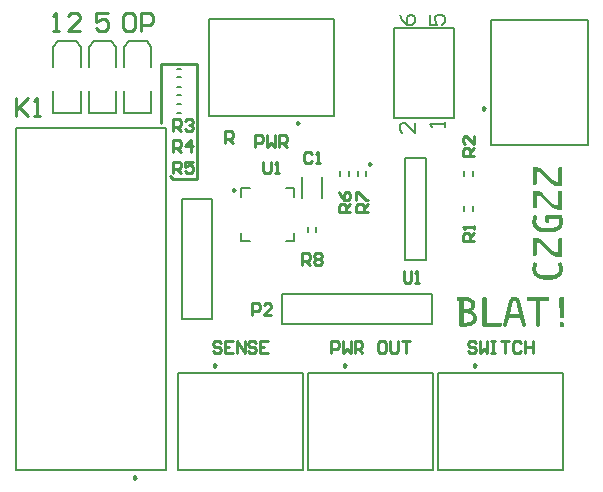
<source format=gto>
G04*
G04 #@! TF.GenerationSoftware,Altium Limited,Altium Designer,21.6.1 (37)*
G04*
G04 Layer_Color=65535*
%FSLAX25Y25*%
%MOIN*%
G70*
G04*
G04 #@! TF.SameCoordinates,35447041-0B5E-4321-A350-582B76B9CE47*
G04*
G04*
G04 #@! TF.FilePolarity,Positive*
G04*
G01*
G75*
%ADD10C,0.00984*%
%ADD11C,0.01000*%
%ADD12C,0.00787*%
%ADD13C,0.00800*%
G36*
X184425Y104479D02*
X184530Y104434D01*
X184635Y104359D01*
X184650Y104329D01*
X184695Y104269D01*
X184755Y104164D01*
X184770Y104014D01*
Y98588D01*
X184755Y98498D01*
X184710Y98378D01*
X184635Y98273D01*
X184605Y98258D01*
X184545Y98213D01*
X184440Y98153D01*
X184305Y98138D01*
X183885D01*
X183870D01*
X183840D01*
X183795D01*
X183735D01*
X183645Y98153D01*
X183555D01*
X183331Y98168D01*
X183076Y98198D01*
X182791Y98258D01*
X182491Y98318D01*
X182206Y98408D01*
X182191D01*
X182176Y98423D01*
X182131Y98438D01*
X182071Y98468D01*
X181936Y98528D01*
X181757Y98618D01*
X181547Y98738D01*
X181337Y98873D01*
X181112Y99038D01*
X180917Y99218D01*
X177649Y102485D01*
X177634Y102500D01*
X177559Y102560D01*
X177454Y102635D01*
X177304Y102725D01*
X177095Y102830D01*
X176855Y102920D01*
X176570Y102995D01*
X176240Y103040D01*
Y99008D01*
X176225Y98918D01*
X176180Y98798D01*
X176105Y98693D01*
X176075Y98678D01*
X176000Y98633D01*
X175896Y98573D01*
X175761Y98558D01*
X175401D01*
X175386D01*
X175356D01*
X175266Y98573D01*
X175161Y98618D01*
X175056Y98693D01*
X175041Y98723D01*
X174981Y98783D01*
X174936Y98903D01*
X174921Y99038D01*
Y104059D01*
X174936Y104149D01*
X174981Y104254D01*
X175056Y104359D01*
X175071Y104374D01*
X175146Y104434D01*
X175251Y104479D01*
X175401Y104494D01*
X175805D01*
X175821D01*
X175836D01*
X175881D01*
X175940D01*
X176090Y104479D01*
X176285Y104464D01*
X176510Y104419D01*
X176765Y104374D01*
X177035Y104299D01*
X177304Y104209D01*
X177320D01*
X177334Y104194D01*
X177425Y104164D01*
X177559Y104089D01*
X177724Y104014D01*
X177904Y103894D01*
X178114Y103760D01*
X178309Y103595D01*
X178504Y103415D01*
X181772Y100162D01*
X181787Y100147D01*
X181861Y100087D01*
X181981Y99997D01*
X182161Y99907D01*
X182386Y99802D01*
X182536Y99757D01*
X182686Y99712D01*
X182851Y99667D01*
X183031Y99637D01*
X183241Y99607D01*
X183450Y99592D01*
Y104044D01*
X183465Y104134D01*
X183510Y104254D01*
X183585Y104359D01*
X183615Y104374D01*
X183675Y104434D01*
X183780Y104479D01*
X183930Y104494D01*
X184305D01*
X184320D01*
X184335D01*
X184425Y104479D01*
D02*
G37*
G36*
Y96609D02*
X184530Y96564D01*
X184635Y96489D01*
X184650Y96459D01*
X184695Y96399D01*
X184755Y96294D01*
X184770Y96145D01*
Y90718D01*
X184755Y90628D01*
X184710Y90508D01*
X184635Y90403D01*
X184605Y90389D01*
X184545Y90343D01*
X184440Y90284D01*
X184305Y90269D01*
X183885D01*
X183870D01*
X183840D01*
X183795D01*
X183735D01*
X183645Y90284D01*
X183555D01*
X183331Y90298D01*
X183076Y90329D01*
X182791Y90389D01*
X182491Y90448D01*
X182206Y90538D01*
X182191D01*
X182176Y90553D01*
X182131Y90568D01*
X182071Y90598D01*
X181936Y90658D01*
X181757Y90748D01*
X181547Y90868D01*
X181337Y91003D01*
X181112Y91168D01*
X180917Y91348D01*
X177649Y94616D01*
X177634Y94631D01*
X177559Y94691D01*
X177454Y94766D01*
X177304Y94855D01*
X177095Y94960D01*
X176855Y95050D01*
X176570Y95125D01*
X176240Y95170D01*
Y91138D01*
X176225Y91048D01*
X176180Y90928D01*
X176105Y90823D01*
X176075Y90808D01*
X176000Y90763D01*
X175896Y90703D01*
X175761Y90688D01*
X175401D01*
X175386D01*
X175356D01*
X175266Y90703D01*
X175161Y90748D01*
X175056Y90823D01*
X175041Y90853D01*
X174981Y90913D01*
X174936Y91033D01*
X174921Y91168D01*
Y96190D01*
X174936Y96280D01*
X174981Y96385D01*
X175056Y96489D01*
X175071Y96504D01*
X175146Y96564D01*
X175251Y96609D01*
X175401Y96624D01*
X175805D01*
X175821D01*
X175836D01*
X175881D01*
X175940D01*
X176090Y96609D01*
X176285Y96594D01*
X176510Y96549D01*
X176765Y96504D01*
X177035Y96429D01*
X177304Y96339D01*
X177320D01*
X177334Y96324D01*
X177425Y96294D01*
X177559Y96220D01*
X177724Y96145D01*
X177904Y96025D01*
X178114Y95890D01*
X178309Y95725D01*
X178504Y95545D01*
X181772Y92292D01*
X181787Y92277D01*
X181861Y92217D01*
X181981Y92127D01*
X182161Y92037D01*
X182386Y91932D01*
X182536Y91887D01*
X182686Y91843D01*
X182851Y91798D01*
X183031Y91768D01*
X183241Y91738D01*
X183450Y91723D01*
Y96175D01*
X183465Y96265D01*
X183510Y96385D01*
X183585Y96489D01*
X183615Y96504D01*
X183675Y96564D01*
X183780Y96609D01*
X183930Y96624D01*
X184305D01*
X184320D01*
X184335D01*
X184425Y96609D01*
D02*
G37*
G36*
X184200Y88605D02*
X184290Y88575D01*
X184380Y88530D01*
X184470Y88470D01*
X184545Y88395D01*
X184620Y88275D01*
Y88260D01*
X184635Y88230D01*
X184665Y88170D01*
X184680Y88095D01*
X184710Y88005D01*
X184755Y87900D01*
X184829Y87645D01*
X184905Y87345D01*
X184979Y87016D01*
X185024Y86656D01*
X185039Y86296D01*
Y86221D01*
X185024Y86131D01*
Y86011D01*
X185009Y85877D01*
X184979Y85712D01*
X184934Y85517D01*
X184889Y85322D01*
X184829Y85112D01*
X184755Y84887D01*
X184650Y84677D01*
X184545Y84452D01*
X184410Y84228D01*
X184245Y84018D01*
X184065Y83823D01*
X183855Y83628D01*
X183840Y83613D01*
X183795Y83583D01*
X183735Y83538D01*
X183630Y83478D01*
X183510Y83403D01*
X183361Y83328D01*
X183196Y83238D01*
X183001Y83148D01*
X182776Y83058D01*
X182521Y82968D01*
X182251Y82894D01*
X181951Y82819D01*
X181637Y82759D01*
X181292Y82714D01*
X180917Y82684D01*
X180527Y82669D01*
X179298D01*
X179268D01*
X179208D01*
X179088D01*
X178953Y82684D01*
X178774Y82699D01*
X178564Y82714D01*
X178339Y82744D01*
X178084Y82788D01*
X177559Y82908D01*
X177275Y82983D01*
X177005Y83073D01*
X176735Y83178D01*
X176465Y83313D01*
X176210Y83463D01*
X175985Y83628D01*
X175970Y83643D01*
X175940Y83673D01*
X175881Y83733D01*
X175791Y83808D01*
X175701Y83898D01*
X175611Y84018D01*
X175491Y84168D01*
X175386Y84317D01*
X175281Y84497D01*
X175161Y84707D01*
X175071Y84917D01*
X174966Y85157D01*
X174891Y85412D01*
X174831Y85697D01*
X174801Y85981D01*
X174786Y86296D01*
Y86461D01*
X174801Y86551D01*
Y86656D01*
X174831Y86911D01*
X174891Y87196D01*
X174966Y87525D01*
X175071Y87885D01*
X175206Y88245D01*
Y88260D01*
X175236Y88290D01*
X175296Y88395D01*
X175356Y88440D01*
X175431Y88485D01*
X175521Y88515D01*
X175626Y88530D01*
X175641D01*
X175686D01*
X175746Y88515D01*
X175836Y88485D01*
X176165Y88350D01*
X176180D01*
X176210Y88320D01*
X176315Y88260D01*
X176420Y88125D01*
X176450Y88050D01*
X176465Y87945D01*
Y87885D01*
X176450Y87825D01*
X176435Y87750D01*
Y87735D01*
X176420Y87720D01*
X176405Y87660D01*
X176390Y87600D01*
X176330Y87450D01*
X176270Y87241D01*
X176225Y87016D01*
X176165Y86761D01*
X176135Y86506D01*
X176120Y86266D01*
Y86161D01*
X176135Y86101D01*
X176150Y86011D01*
X176165Y85906D01*
X176225Y85667D01*
X176315Y85412D01*
X176465Y85142D01*
X176555Y85022D01*
X176660Y84887D01*
X176780Y84767D01*
X176930Y84662D01*
X176945D01*
X176960Y84632D01*
X177020Y84617D01*
X177080Y84572D01*
X177170Y84542D01*
X177275Y84497D01*
X177394Y84438D01*
X177529Y84392D01*
X177694Y84347D01*
X177859Y84288D01*
X178054Y84243D01*
X178264Y84213D01*
X178504Y84168D01*
X178744Y84153D01*
X179013Y84123D01*
X179298D01*
X180527D01*
X180542D01*
X180602D01*
X180677D01*
X180782Y84138D01*
X180917D01*
X181067Y84153D01*
X181232Y84168D01*
X181412Y84198D01*
X181801Y84258D01*
X182191Y84347D01*
X182581Y84482D01*
X182746Y84572D01*
X182911Y84662D01*
X182926D01*
X182941Y84692D01*
X183031Y84767D01*
X183166Y84887D01*
X183300Y85067D01*
X183450Y85292D01*
X183585Y85577D01*
X183675Y85891D01*
X183690Y86071D01*
X183705Y86266D01*
Y86341D01*
X183690Y86431D01*
Y86536D01*
X183675Y86671D01*
X183645Y86836D01*
X183615Y87001D01*
X183570Y87181D01*
X180512D01*
Y86311D01*
X180497Y86206D01*
X180452Y86101D01*
X180377Y85981D01*
X180348Y85966D01*
X180288Y85922D01*
X180168Y85877D01*
X180033Y85861D01*
X179673D01*
X179658D01*
X179628D01*
X179538Y85877D01*
X179418Y85906D01*
X179313Y85981D01*
X179298Y86011D01*
X179238Y86071D01*
X179193Y86191D01*
X179178Y86341D01*
Y88185D01*
X179193Y88275D01*
X179238Y88380D01*
X179313Y88485D01*
X179328Y88500D01*
X179403Y88560D01*
X179508Y88605D01*
X179658Y88620D01*
X184080D01*
X184095D01*
X184140D01*
X184200Y88605D01*
D02*
G37*
G36*
X184425Y80870D02*
X184530Y80825D01*
X184635Y80750D01*
X184650Y80720D01*
X184695Y80660D01*
X184755Y80555D01*
X184770Y80405D01*
Y74979D01*
X184755Y74889D01*
X184710Y74769D01*
X184635Y74664D01*
X184605Y74649D01*
X184545Y74604D01*
X184440Y74544D01*
X184305Y74529D01*
X183885D01*
X183870D01*
X183840D01*
X183795D01*
X183735D01*
X183645Y74544D01*
X183555D01*
X183331Y74559D01*
X183076Y74589D01*
X182791Y74649D01*
X182491Y74709D01*
X182206Y74799D01*
X182191D01*
X182176Y74814D01*
X182131Y74829D01*
X182071Y74859D01*
X181936Y74919D01*
X181757Y75009D01*
X181547Y75129D01*
X181337Y75264D01*
X181112Y75428D01*
X180917Y75608D01*
X177649Y78876D01*
X177634Y78891D01*
X177559Y78951D01*
X177454Y79026D01*
X177304Y79116D01*
X177095Y79221D01*
X176855Y79311D01*
X176570Y79386D01*
X176240Y79431D01*
Y75398D01*
X176225Y75309D01*
X176180Y75189D01*
X176105Y75084D01*
X176075Y75069D01*
X176000Y75024D01*
X175896Y74964D01*
X175761Y74949D01*
X175401D01*
X175386D01*
X175356D01*
X175266Y74964D01*
X175161Y75009D01*
X175056Y75084D01*
X175041Y75114D01*
X174981Y75174D01*
X174936Y75294D01*
X174921Y75428D01*
Y80450D01*
X174936Y80540D01*
X174981Y80645D01*
X175056Y80750D01*
X175071Y80765D01*
X175146Y80825D01*
X175251Y80870D01*
X175401Y80885D01*
X175805D01*
X175821D01*
X175836D01*
X175881D01*
X175940D01*
X176090Y80870D01*
X176285Y80855D01*
X176510Y80810D01*
X176765Y80765D01*
X177035Y80690D01*
X177304Y80600D01*
X177320D01*
X177334Y80585D01*
X177425Y80555D01*
X177559Y80480D01*
X177724Y80405D01*
X177904Y80285D01*
X178114Y80150D01*
X178309Y79985D01*
X178504Y79805D01*
X181772Y76553D01*
X181787Y76538D01*
X181861Y76478D01*
X181981Y76388D01*
X182161Y76298D01*
X182386Y76193D01*
X182536Y76148D01*
X182686Y76103D01*
X182851Y76058D01*
X183031Y76028D01*
X183241Y75998D01*
X183450Y75983D01*
Y80435D01*
X183465Y80525D01*
X183510Y80645D01*
X183585Y80750D01*
X183615Y80765D01*
X183675Y80825D01*
X183780Y80870D01*
X183930Y80885D01*
X184305D01*
X184320D01*
X184335D01*
X184425Y80870D01*
D02*
G37*
G36*
X184305Y72775D02*
X184365Y72760D01*
X184440Y72715D01*
X184500Y72670D01*
X184575Y72595D01*
X184620Y72505D01*
Y72490D01*
X184635Y72460D01*
X184665Y72416D01*
X184680Y72341D01*
X184710Y72251D01*
X184755Y72146D01*
X184829Y71891D01*
X184905Y71606D01*
X184979Y71276D01*
X185024Y70916D01*
X185039Y70557D01*
Y70482D01*
X185024Y70392D01*
Y70272D01*
X185009Y70137D01*
X184979Y69972D01*
X184934Y69777D01*
X184889Y69582D01*
X184829Y69372D01*
X184755Y69148D01*
X184650Y68938D01*
X184545Y68713D01*
X184410Y68488D01*
X184245Y68278D01*
X184065Y68083D01*
X183855Y67888D01*
X183840Y67874D01*
X183795Y67844D01*
X183735Y67799D01*
X183630Y67739D01*
X183510Y67664D01*
X183361Y67589D01*
X183196Y67499D01*
X183001Y67409D01*
X182776Y67319D01*
X182521Y67229D01*
X182251Y67154D01*
X181951Y67079D01*
X181637Y67019D01*
X181292Y66974D01*
X180917Y66944D01*
X180527Y66929D01*
X179298D01*
X179268D01*
X179208D01*
X179088D01*
X178953Y66944D01*
X178774Y66959D01*
X178564Y66974D01*
X178339Y67004D01*
X178084Y67049D01*
X177559Y67169D01*
X177275Y67244D01*
X177005Y67334D01*
X176735Y67439D01*
X176465Y67574D01*
X176210Y67724D01*
X175985Y67888D01*
X175970Y67904D01*
X175940Y67933D01*
X175881Y67993D01*
X175791Y68068D01*
X175701Y68158D01*
X175611Y68278D01*
X175491Y68428D01*
X175386Y68578D01*
X175281Y68758D01*
X175161Y68968D01*
X175071Y69178D01*
X174966Y69418D01*
X174891Y69672D01*
X174831Y69957D01*
X174801Y70242D01*
X174786Y70557D01*
Y70722D01*
X174801Y70811D01*
Y70916D01*
X174831Y71171D01*
X174891Y71456D01*
X174966Y71786D01*
X175071Y72146D01*
X175206Y72505D01*
Y72520D01*
X175236Y72550D01*
X175296Y72655D01*
X175356Y72700D01*
X175431Y72745D01*
X175521Y72775D01*
X175626Y72790D01*
X175641D01*
X175686D01*
X175746Y72775D01*
X175836Y72745D01*
X176165Y72610D01*
X176180D01*
X176210Y72580D01*
X176315Y72520D01*
X176420Y72386D01*
X176450Y72311D01*
X176465Y72206D01*
Y72146D01*
X176450Y72086D01*
X176435Y72011D01*
Y71996D01*
X176420Y71981D01*
X176405Y71921D01*
X176390Y71861D01*
X176330Y71711D01*
X176270Y71501D01*
X176225Y71276D01*
X176165Y71021D01*
X176135Y70767D01*
X176120Y70527D01*
Y70422D01*
X176135Y70362D01*
X176150Y70272D01*
X176165Y70167D01*
X176225Y69927D01*
X176315Y69672D01*
X176465Y69402D01*
X176555Y69283D01*
X176660Y69148D01*
X176780Y69028D01*
X176930Y68923D01*
X176945D01*
X176960Y68893D01*
X177020Y68878D01*
X177080Y68833D01*
X177170Y68803D01*
X177275Y68758D01*
X177394Y68698D01*
X177529Y68653D01*
X177694Y68608D01*
X177859Y68548D01*
X178054Y68503D01*
X178264Y68473D01*
X178504Y68428D01*
X178744Y68413D01*
X179013Y68383D01*
X179298D01*
X180527D01*
X180542D01*
X180602D01*
X180677D01*
X180782Y68398D01*
X180917D01*
X181067Y68413D01*
X181232Y68428D01*
X181412Y68458D01*
X181801Y68518D01*
X182191Y68608D01*
X182581Y68743D01*
X182746Y68833D01*
X182911Y68923D01*
X182926D01*
X182941Y68953D01*
X183031Y69028D01*
X183166Y69148D01*
X183300Y69327D01*
X183450Y69552D01*
X183585Y69837D01*
X183675Y70152D01*
X183690Y70332D01*
X183705Y70527D01*
Y70647D01*
X183690Y70782D01*
X183660Y70947D01*
X183630Y71171D01*
X183585Y71426D01*
X183510Y71696D01*
X183405Y71996D01*
X183390Y72011D01*
X183376Y72056D01*
X183361Y72131D01*
Y72251D01*
X183376Y72296D01*
X183405Y72370D01*
X183435Y72430D01*
X183495Y72490D01*
X183570Y72565D01*
X183675Y72610D01*
X183990Y72745D01*
X184005Y72760D01*
X184065Y72775D01*
X184140Y72790D01*
X184215D01*
X184230D01*
X184260D01*
X184305Y72775D01*
D02*
G37*
G36*
X185133Y61150D02*
X185238Y61105D01*
X185343Y61029D01*
X185357Y61000D01*
X185417Y60940D01*
X185462Y60835D01*
X185477Y60685D01*
X185343Y54599D01*
Y54584D01*
Y54569D01*
X185327Y54479D01*
X185283Y54359D01*
X185193Y54254D01*
X185163Y54239D01*
X185103Y54194D01*
X184998Y54134D01*
X184848Y54119D01*
X184368D01*
X184278Y54134D01*
X184158Y54179D01*
X184053Y54254D01*
X184038Y54284D01*
X183993Y54344D01*
X183933Y54464D01*
X183918Y54599D01*
X183768Y60685D01*
Y60700D01*
Y60715D01*
X183783Y60805D01*
X183828Y60925D01*
X183903Y61029D01*
X183933Y61045D01*
X183993Y61105D01*
X184113Y61150D01*
X184248Y61164D01*
X185043D01*
X185133Y61150D01*
D02*
G37*
G36*
X180186D02*
X180291Y61105D01*
X180396Y61029D01*
X180411Y61014D01*
X180471Y60940D01*
X180516Y60835D01*
X180531Y60685D01*
Y60325D01*
Y60310D01*
Y60295D01*
X180516Y60205D01*
X180471Y60100D01*
X180396Y59980D01*
X180366Y59965D01*
X180306Y59920D01*
X180201Y59860D01*
X180066Y59845D01*
X177473Y59845D01*
Y51781D01*
Y51766D01*
Y51751D01*
X177458Y51661D01*
X177413Y51556D01*
X177338Y51451D01*
X177323Y51436D01*
X177248Y51391D01*
X177143Y51331D01*
X176993Y51316D01*
X176483D01*
X176393Y51331D01*
X176274Y51376D01*
X176169Y51451D01*
X176154Y51481D01*
X176109Y51541D01*
X176049Y51646D01*
X176034Y51781D01*
Y59845D01*
X173425D01*
X173336Y59860D01*
X173216Y59905D01*
X173111Y59980D01*
X173096Y60010D01*
X173051Y60085D01*
X172991Y60190D01*
X172976Y60325D01*
Y60685D01*
Y60700D01*
Y60715D01*
X172991Y60805D01*
X173036Y60925D01*
X173111Y61029D01*
X173141Y61045D01*
X173201Y61105D01*
X173320Y61150D01*
X173455Y61164D01*
X180096Y61164D01*
X180186Y61150D01*
D02*
G37*
G36*
X169123Y61284D02*
X169288Y61254D01*
X169468Y61209D01*
X169663Y61150D01*
X169858Y61059D01*
X170053Y60940D01*
X170068Y60925D01*
X170128Y60880D01*
X170218Y60805D01*
X170323Y60685D01*
X170427Y60550D01*
X170532Y60385D01*
X170622Y60190D01*
X170697Y59965D01*
X172721Y51871D01*
Y51856D01*
X172736Y51826D01*
Y51781D01*
Y51721D01*
Y51691D01*
X172721Y51616D01*
X172691Y51526D01*
X172616Y51421D01*
X172601Y51406D01*
X172541Y51376D01*
X172436Y51331D01*
X172301Y51316D01*
X171747D01*
X171672Y51331D01*
X171597Y51361D01*
X171507Y51421D01*
X171417Y51481D01*
X171342Y51586D01*
X171282Y51721D01*
X170637Y54314D01*
X167145D01*
X166485Y51721D01*
Y51706D01*
X166470Y51691D01*
X166440Y51616D01*
X166395Y51511D01*
X166305Y51421D01*
X166275Y51406D01*
X166215Y51376D01*
X166110Y51331D01*
X165960Y51316D01*
X165451D01*
X165361Y51331D01*
X165256Y51361D01*
X165151Y51421D01*
X165136Y51436D01*
X165091Y51511D01*
X165046Y51601D01*
X165031Y51736D01*
Y51751D01*
Y51781D01*
X165046Y51856D01*
X167070Y59980D01*
X167085Y60010D01*
X167100Y60085D01*
X167145Y60190D01*
X167220Y60325D01*
X167309Y60490D01*
X167414Y60640D01*
X167564Y60805D01*
X167729Y60940D01*
X167759Y60955D01*
X167819Y61000D01*
X167924Y61059D01*
X168059Y61120D01*
X168224Y61179D01*
X168419Y61239D01*
X168644Y61284D01*
X168883Y61299D01*
X169003D01*
X169123Y61284D01*
D02*
G37*
G36*
X159200Y61150D02*
X159305Y61105D01*
X159410Y61029D01*
X159425Y61014D01*
X159485Y60940D01*
X159530Y60835D01*
X159545Y60685D01*
Y52635D01*
X164357D01*
X164446Y52620D01*
X164551Y52575D01*
X164656Y52500D01*
X164671Y52470D01*
X164731Y52410D01*
X164776Y52305D01*
X164791Y52155D01*
Y51781D01*
Y51766D01*
Y51751D01*
X164776Y51661D01*
X164731Y51556D01*
X164656Y51451D01*
X164626Y51436D01*
X164566Y51391D01*
X164461Y51331D01*
X164327Y51316D01*
X158555D01*
X158465Y51331D01*
X158345Y51376D01*
X158240Y51451D01*
X158226Y51481D01*
X158181Y51541D01*
X158121Y51646D01*
X158106Y51781D01*
Y60685D01*
Y60700D01*
Y60715D01*
X158121Y60805D01*
X158166Y60925D01*
X158240Y61029D01*
X158271Y61045D01*
X158331Y61105D01*
X158450Y61150D01*
X158585Y61164D01*
X159110D01*
X159200Y61150D01*
D02*
G37*
G36*
X152784D02*
X152889D01*
X153114Y61120D01*
X153384Y61089D01*
X153669Y61029D01*
X153968Y60940D01*
X154253Y60835D01*
X154268D01*
X154283Y60820D01*
X154373Y60775D01*
X154508Y60700D01*
X154673Y60595D01*
X154868Y60460D01*
X155063Y60310D01*
X155243Y60130D01*
X155407Y59920D01*
X155422Y59890D01*
X155467Y59815D01*
X155542Y59695D01*
X155617Y59531D01*
X155692Y59336D01*
X155767Y59111D01*
X155812Y58856D01*
X155827Y58571D01*
Y58541D01*
Y58466D01*
X155812Y58346D01*
X155782Y58196D01*
X155752Y58017D01*
X155692Y57822D01*
X155617Y57612D01*
X155512Y57402D01*
X155497Y57372D01*
X155452Y57312D01*
X155377Y57207D01*
X155288Y57087D01*
X155153Y56952D01*
X154988Y56802D01*
X154808Y56667D01*
X154598Y56533D01*
X154613D01*
X154628Y56517D01*
X154673Y56502D01*
X154733Y56473D01*
X154883Y56383D01*
X155078Y56278D01*
X155288Y56143D01*
X155497Y55963D01*
X155707Y55768D01*
X155902Y55543D01*
X155917Y55513D01*
X155977Y55438D01*
X156052Y55303D01*
X156142Y55138D01*
X156217Y54929D01*
X156292Y54689D01*
X156352Y54419D01*
X156367Y54134D01*
Y54119D01*
Y54104D01*
Y54059D01*
Y53999D01*
X156337Y53849D01*
X156307Y53654D01*
X156247Y53430D01*
X156172Y53190D01*
X156052Y52950D01*
X155902Y52695D01*
X155887Y52665D01*
X155827Y52590D01*
X155722Y52470D01*
X155572Y52320D01*
X155392Y52170D01*
X155183Y51991D01*
X154928Y51826D01*
X154643Y51676D01*
X154628D01*
X154613Y51661D01*
X154568Y51646D01*
X154508Y51616D01*
X154418Y51586D01*
X154328Y51556D01*
X154118Y51496D01*
X153849Y51436D01*
X153534Y51376D01*
X153189Y51331D01*
X152829Y51316D01*
X150910D01*
X150821Y51331D01*
X150701Y51361D01*
X150596Y51436D01*
X150581Y51466D01*
X150536Y51526D01*
X150491Y51646D01*
X150476Y51781D01*
Y59845D01*
X150056D01*
X149951Y59860D01*
X149846Y59905D01*
X149726Y59980D01*
X149711Y60010D01*
X149666Y60070D01*
X149621Y60190D01*
X149606Y60325D01*
Y60685D01*
Y60700D01*
Y60730D01*
X149621Y60820D01*
X149651Y60925D01*
X149726Y61029D01*
X149756Y61045D01*
X149816Y61105D01*
X149936Y61150D01*
X150086Y61164D01*
X152709D01*
X152784Y61150D01*
D02*
G37*
G36*
X184998Y52755D02*
X185103Y52710D01*
X185207Y52635D01*
X185222Y52605D01*
X185283Y52545D01*
X185327Y52440D01*
X185343Y52290D01*
Y51646D01*
Y51631D01*
Y51616D01*
X185327Y51526D01*
X185283Y51421D01*
X185207Y51316D01*
X185193Y51301D01*
X185118Y51256D01*
X185013Y51196D01*
X184863Y51181D01*
X184353D01*
X184263Y51196D01*
X184143Y51241D01*
X184038Y51316D01*
X184023Y51346D01*
X183978Y51406D01*
X183918Y51511D01*
X183903Y51646D01*
Y52290D01*
Y52305D01*
Y52320D01*
X183918Y52410D01*
X183963Y52530D01*
X184038Y52635D01*
X184068Y52650D01*
X184128Y52710D01*
X184248Y52755D01*
X184383Y52770D01*
X184908D01*
X184998Y52755D01*
D02*
G37*
%LPC*%
G36*
X168883Y59980D02*
X168853D01*
X168793Y59965D01*
X168719Y59950D01*
X168629Y59905D01*
X168614Y59890D01*
X168569Y59860D01*
X168524Y59800D01*
X168494Y59725D01*
X167474Y55633D01*
X170308D01*
X169288Y59725D01*
Y59740D01*
X169258Y59785D01*
X169213Y59845D01*
X169153Y59905D01*
X169138Y59920D01*
X169078Y59950D01*
X168988Y59965D01*
X168883Y59980D01*
D02*
G37*
G36*
X152544Y59845D02*
X151900D01*
Y57102D01*
X152694D01*
X152859Y57117D01*
X153069Y57147D01*
X153294Y57192D01*
X153534Y57252D01*
X153773Y57342D01*
X153983Y57462D01*
X154013Y57477D01*
X154073Y57537D01*
X154148Y57612D01*
X154253Y57732D01*
X154358Y57867D01*
X154433Y58031D01*
X154493Y58226D01*
X154523Y58436D01*
Y58466D01*
X154508Y58541D01*
X154493Y58661D01*
X154463Y58796D01*
X154388Y58961D01*
X154298Y59126D01*
X154163Y59306D01*
X153983Y59456D01*
X153953Y59471D01*
X153878Y59516D01*
X153759Y59575D01*
X153609Y59650D01*
X153399Y59725D01*
X153144Y59785D01*
X152859Y59830D01*
X152544Y59845D01*
D02*
G37*
G36*
X152829Y55768D02*
X151900D01*
Y52635D01*
X152994D01*
X153069Y52650D01*
X153174Y52665D01*
X153399Y52695D01*
X153639Y52740D01*
X153908Y52815D01*
X154178Y52920D01*
X154418Y53070D01*
X154448Y53085D01*
X154523Y53145D01*
X154613Y53250D01*
X154733Y53385D01*
X154853Y53549D01*
X154943Y53729D01*
X155018Y53954D01*
X155048Y54194D01*
Y54209D01*
Y54224D01*
X155033Y54314D01*
X155018Y54434D01*
X154973Y54599D01*
X154898Y54779D01*
X154778Y54959D01*
X154628Y55138D01*
X154418Y55318D01*
X154388Y55333D01*
X154313Y55393D01*
X154178Y55468D01*
X153983Y55543D01*
X153759Y55633D01*
X153489Y55693D01*
X153174Y55753D01*
X152829Y55768D01*
D02*
G37*
%LPD*%
D10*
X69390Y38386D02*
X68652Y38812D01*
Y37960D01*
X69390Y38386D01*
X112697D02*
X111959Y38812D01*
Y37960D01*
X112697Y38386D01*
X156004D02*
X155266Y38812D01*
Y37960D01*
X156004Y38386D01*
X158957Y124016D02*
X158219Y124442D01*
Y123590D01*
X158957Y124016D01*
X75787Y96752D02*
X75049Y97178D01*
Y96326D01*
X75787Y96752D01*
X42815Y984D02*
X42077Y1410D01*
Y558D01*
X42815Y984D01*
X121161Y105551D02*
X120423Y105977D01*
Y105125D01*
X121161Y105551D01*
X96949Y119095D02*
X96211Y119521D01*
Y118668D01*
X96949Y119095D01*
D11*
X54134Y101378D02*
X55118Y100394D01*
X51181Y119095D02*
Y138779D01*
X62992D01*
Y121063D02*
Y138779D01*
Y100394D02*
Y121063D01*
X55118Y100394D02*
X62992D01*
X155496Y79740D02*
X151560D01*
Y81708D01*
X152216Y82364D01*
X153528D01*
X154184Y81708D01*
Y79740D01*
Y81052D02*
X155496Y82364D01*
Y83676D02*
Y84988D01*
Y84332D01*
X151560D01*
X152216Y83676D01*
X114157Y89583D02*
X110222D01*
Y91550D01*
X110878Y92207D01*
X112190D01*
X112846Y91550D01*
Y89583D01*
Y90895D02*
X114157Y92207D01*
X110222Y96142D02*
X110878Y94830D01*
X112190Y93518D01*
X113502D01*
X114157Y94174D01*
Y95486D01*
X113502Y96142D01*
X112846D01*
X112190Y95486D01*
Y93518D01*
X120063Y89583D02*
X116127D01*
Y91551D01*
X116783Y92207D01*
X118095D01*
X118751Y91551D01*
Y89583D01*
Y90895D02*
X120063Y92207D01*
X116127Y93518D02*
Y96142D01*
X116783D01*
X119407Y93518D01*
X120063D01*
X155496Y108283D02*
X151560D01*
Y110251D01*
X152216Y110907D01*
X153528D01*
X154184Y110251D01*
Y108283D01*
Y109595D02*
X155496Y110907D01*
Y114843D02*
Y112219D01*
X152872Y114843D01*
X152216D01*
X151560Y114187D01*
Y112875D01*
X152216Y112219D01*
X55134Y116624D02*
Y120560D01*
X57102D01*
X57758Y119904D01*
Y118592D01*
X57102Y117936D01*
X55134D01*
X56446D02*
X57758Y116624D01*
X59070Y119904D02*
X59726Y120560D01*
X61037D01*
X61693Y119904D01*
Y119248D01*
X61037Y118592D01*
X60382D01*
X61037D01*
X61693Y117936D01*
Y117280D01*
X61037Y116624D01*
X59726D01*
X59070Y117280D01*
X55134Y109501D02*
Y113437D01*
X57102D01*
X57758Y112781D01*
Y111469D01*
X57102Y110813D01*
X55134D01*
X56446D02*
X57758Y109501D01*
X61037D02*
Y113437D01*
X59070Y111469D01*
X61693D01*
X55134Y102378D02*
Y106314D01*
X57102D01*
X57758Y105658D01*
Y104346D01*
X57102Y103690D01*
X55134D01*
X56446D02*
X57758Y102378D01*
X61693Y106314D02*
X59070D01*
Y104346D01*
X60382Y105002D01*
X61037D01*
X61693Y104346D01*
Y103034D01*
X61037Y102378D01*
X59726D01*
X59070Y103034D01*
X71024Y45680D02*
X70368Y46336D01*
X69056D01*
X68400Y45680D01*
Y45024D01*
X69056Y44368D01*
X70368D01*
X71024Y43712D01*
Y43056D01*
X70368Y42400D01*
X69056D01*
X68400Y43056D01*
X74960Y46336D02*
X72336D01*
Y42400D01*
X74960D01*
X72336Y44368D02*
X73648D01*
X76271Y42400D02*
Y46336D01*
X78895Y42400D01*
Y46336D01*
X82831Y45680D02*
X82175Y46336D01*
X80863D01*
X80207Y45680D01*
Y45024D01*
X80863Y44368D01*
X82175D01*
X82831Y43712D01*
Y43056D01*
X82175Y42400D01*
X80863D01*
X80207Y43056D01*
X86767Y46336D02*
X84143D01*
Y42400D01*
X86767D01*
X84143Y44368D02*
X85455D01*
X107700Y42400D02*
Y46336D01*
X109668D01*
X110324Y45680D01*
Y44368D01*
X109668Y43712D01*
X107700D01*
X111636Y46336D02*
Y42400D01*
X112948Y43712D01*
X114260Y42400D01*
Y46336D01*
X115571Y42400D02*
Y46336D01*
X117539D01*
X118195Y45680D01*
Y44368D01*
X117539Y43712D01*
X115571D01*
X116883D02*
X118195Y42400D01*
X125411Y46336D02*
X124099D01*
X123443Y45680D01*
Y43056D01*
X124099Y42400D01*
X125411D01*
X126067Y43056D01*
Y45680D01*
X125411Y46336D01*
X127379D02*
Y43056D01*
X128035Y42400D01*
X129347D01*
X130002Y43056D01*
Y46336D01*
X131314D02*
X133938D01*
X132626D01*
Y42400D01*
X155924Y45680D02*
X155268Y46336D01*
X153956D01*
X153300Y45680D01*
Y45024D01*
X153956Y44368D01*
X155268D01*
X155924Y43712D01*
Y43056D01*
X155268Y42400D01*
X153956D01*
X153300Y43056D01*
X157236Y46336D02*
Y42400D01*
X158548Y43712D01*
X159860Y42400D01*
Y46336D01*
X161171D02*
X162483D01*
X161827D01*
Y42400D01*
X161171D01*
X162483D01*
X164451Y46336D02*
X167075D01*
X165763D01*
Y42400D01*
X171011Y45680D02*
X170355Y46336D01*
X169043D01*
X168387Y45680D01*
Y43056D01*
X169043Y42400D01*
X170355D01*
X171011Y43056D01*
X172323Y46336D02*
Y42400D01*
Y44368D01*
X174947D01*
Y46336D01*
Y42400D01*
X84975Y106299D02*
Y103019D01*
X85631Y102363D01*
X86942D01*
X87598Y103019D01*
Y106299D01*
X88910Y102363D02*
X90222D01*
X89566D01*
Y106299D01*
X88910Y105643D01*
X2800Y127374D02*
Y121376D01*
Y123376D01*
X6799Y127374D01*
X3800Y124375D01*
X6799Y121376D01*
X8798D02*
X10797D01*
X9798D01*
Y127374D01*
X8798Y126375D01*
X15200Y149900D02*
X17199D01*
X16200D01*
Y155898D01*
X15200Y154898D01*
X24197Y149900D02*
X20198D01*
X24197Y153899D01*
Y154898D01*
X23197Y155898D01*
X21198D01*
X20198Y154898D01*
X131900Y69736D02*
Y66456D01*
X132556Y65800D01*
X133868D01*
X134524Y66456D01*
Y69736D01*
X135836Y65800D02*
X137148D01*
X136492D01*
Y69736D01*
X135836Y69080D01*
X82500Y111200D02*
Y115136D01*
X84468D01*
X85124Y114480D01*
Y113168D01*
X84468Y112512D01*
X82500D01*
X86436Y115136D02*
Y111200D01*
X87748Y112512D01*
X89060Y111200D01*
Y115136D01*
X90372Y111200D02*
Y115136D01*
X92339D01*
X92995Y114480D01*
Y113168D01*
X92339Y112512D01*
X90372D01*
X91683D02*
X92995Y111200D01*
X101424Y108980D02*
X100768Y109636D01*
X99456D01*
X98800Y108980D01*
Y106356D01*
X99456Y105700D01*
X100768D01*
X101424Y106356D01*
X102736Y105700D02*
X104048D01*
X103392D01*
Y109636D01*
X102736Y108980D01*
X81300Y55100D02*
Y59036D01*
X83268D01*
X83924Y58380D01*
Y57068D01*
X83268Y56412D01*
X81300D01*
X87860Y55100D02*
X85236D01*
X87860Y57724D01*
Y58380D01*
X87204Y59036D01*
X85892D01*
X85236Y58380D01*
X41299Y155898D02*
X39300D01*
X38300Y154898D01*
Y150900D01*
X39300Y149900D01*
X41299D01*
X42299Y150900D01*
Y154898D01*
X41299Y155898D01*
X44298Y149900D02*
Y155898D01*
X47297D01*
X48297Y154898D01*
Y152899D01*
X47297Y151899D01*
X44298D01*
X33499Y155898D02*
X29500D01*
Y152899D01*
X31499Y153899D01*
X32499D01*
X33499Y152899D01*
Y150900D01*
X32499Y149900D01*
X30500D01*
X29500Y150900D01*
X98100Y71800D02*
Y75736D01*
X100068D01*
X100724Y75080D01*
Y73768D01*
X100068Y73112D01*
X98100D01*
X99412D02*
X100724Y71800D01*
X102036Y75080D02*
X102692Y75736D01*
X104004D01*
X104660Y75080D01*
Y74424D01*
X104004Y73768D01*
X104660Y73112D01*
Y72456D01*
X104004Y71800D01*
X102692D01*
X102036Y72456D01*
Y73112D01*
X102692Y73768D01*
X102036Y74424D01*
Y75080D01*
X102692Y73768D02*
X104004D01*
X72500Y112500D02*
Y116436D01*
X74468D01*
X75124Y115780D01*
Y114468D01*
X74468Y113812D01*
X72500D01*
X73812D02*
X75124Y112500D01*
D12*
X56299Y125394D02*
X57874D01*
X56299Y122638D02*
X57874D01*
X56299Y131299D02*
X57874D01*
X56299Y128543D02*
X57874D01*
X56299Y137205D02*
X57874D01*
X56299Y134449D02*
X57874D01*
X56693Y3543D02*
Y35827D01*
X98425D01*
Y3543D02*
Y35827D01*
X56693Y3543D02*
X98425D01*
X100000D02*
Y35827D01*
X141732D01*
Y3543D02*
Y35827D01*
X100000Y3543D02*
X141732D01*
X143307D02*
Y35827D01*
X185039D01*
Y3543D02*
Y35827D01*
X143307Y3543D02*
X185039D01*
X161024Y111811D02*
X193307D01*
X161024D02*
Y153543D01*
X193307D01*
Y111811D02*
Y153543D01*
X152165Y101575D02*
Y103150D01*
X154921Y101575D02*
Y103150D01*
X152165Y89764D02*
Y91339D01*
X154921Y89764D02*
Y91339D01*
X77854Y94587D02*
Y97342D01*
X80610D01*
X77854Y79823D02*
Y82579D01*
Y79823D02*
X80610D01*
X95374D02*
Y82579D01*
X92618Y79823D02*
X95374D01*
Y94587D02*
Y97342D01*
X92618D02*
X95374D01*
X2559Y3445D02*
X52559D01*
Y117618D01*
X2559D02*
X52559D01*
X2559Y3445D02*
Y117618D01*
X15157Y137795D02*
Y144488D01*
X22638Y146457D02*
X24213Y144488D01*
X15157D02*
X16732Y146457D01*
X24213Y137795D02*
Y144488D01*
X16732Y146457D02*
X22638D01*
X15157Y122441D02*
X24213D01*
X15157D02*
Y129921D01*
X24213Y122441D02*
Y129921D01*
X132366Y73524D02*
Y107579D01*
Y73524D02*
X139287D01*
Y107579D01*
X132366D02*
X139287D01*
X57992Y53740D02*
X67992D01*
X57992D02*
Y93740D01*
X67992Y53740D02*
Y93740D01*
X57992D02*
X67992D01*
X108661Y121653D02*
Y153937D01*
X66929Y121653D02*
X108661D01*
X66929D02*
Y153937D01*
X108661D01*
X104760Y94198D02*
Y101088D01*
X98055Y94177D02*
Y101067D01*
X91299Y52087D02*
Y62087D01*
X141299D01*
X91299Y52087D02*
X141299D01*
Y62087D01*
X113583Y101575D02*
Y103150D01*
X110827Y101575D02*
Y103150D01*
X38780Y137795D02*
Y144488D01*
X46260Y146457D02*
X47835Y144488D01*
X38780D02*
X40354Y146457D01*
X47835Y137795D02*
Y144488D01*
X40354Y146457D02*
X46260D01*
X38780Y122441D02*
X47835D01*
X38780D02*
Y129921D01*
X47835Y122441D02*
Y129921D01*
X26969Y137795D02*
Y144488D01*
X34449Y146457D02*
X36024Y144488D01*
X26969D02*
X28543Y146457D01*
X36024Y137795D02*
Y144488D01*
X28543Y146457D02*
X34449D01*
X26969Y122441D02*
X36024D01*
X26969D02*
Y129921D01*
X36024Y122441D02*
Y129921D01*
X116732Y101575D02*
Y103150D01*
X119488Y101575D02*
Y103150D01*
X128701Y150827D02*
X148701D01*
X128701Y120827D02*
X148701D01*
X128701D02*
Y150827D01*
X148701Y120827D02*
Y150827D01*
Y131660D02*
Y150827D01*
X102756Y82874D02*
Y84449D01*
X100000Y82874D02*
Y84449D01*
D13*
X130702Y155159D02*
X131535Y153493D01*
X133202Y151827D01*
X134868D01*
X135701Y152660D01*
Y154326D01*
X134868Y155159D01*
X134035D01*
X133202Y154326D01*
Y151827D01*
X140702Y155159D02*
Y151827D01*
X143202D01*
X142368Y153493D01*
Y154326D01*
X143202Y155159D01*
X144868D01*
X145701Y154326D01*
Y152660D01*
X144868Y151827D01*
X135701Y119159D02*
Y115827D01*
X132369Y119159D01*
X131535D01*
X130702Y118326D01*
Y116660D01*
X131535Y115827D01*
X145701Y117827D02*
Y119493D01*
Y118660D01*
X140702D01*
X141535Y117827D01*
M02*

</source>
